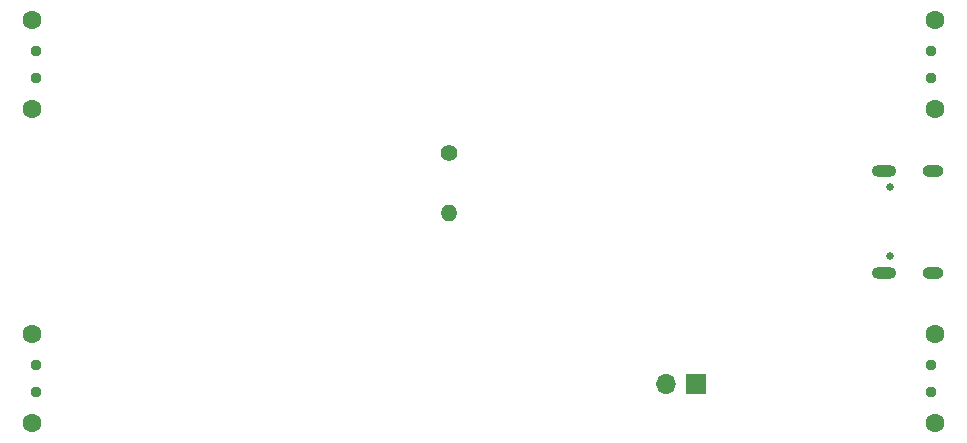
<source format=gbr>
%TF.GenerationSoftware,KiCad,Pcbnew,7.0.9*%
%TF.CreationDate,2023-12-04T16:41:43+01:00*%
%TF.ProjectId,USB E-Paper thing,55534220-452d-4506-9170-657220746869,rev?*%
%TF.SameCoordinates,Original*%
%TF.FileFunction,Soldermask,Bot*%
%TF.FilePolarity,Negative*%
%FSLAX46Y46*%
G04 Gerber Fmt 4.6, Leading zero omitted, Abs format (unit mm)*
G04 Created by KiCad (PCBNEW 7.0.9) date 2023-12-04 16:41:43*
%MOMM*%
%LPD*%
G01*
G04 APERTURE LIST*
%ADD10C,0.950000*%
%ADD11C,1.600000*%
%ADD12C,1.400000*%
%ADD13O,1.400000X1.400000*%
%ADD14C,0.650000*%
%ADD15O,2.100000X1.000000*%
%ADD16O,1.800000X1.000000*%
%ADD17R,1.700000X1.700000*%
%ADD18O,1.700000X1.700000*%
G04 APERTURE END LIST*
D10*
%TO.C,SW3*%
X77400000Y32800000D03*
X77400000Y30500000D03*
D11*
X77700000Y35400000D03*
X77700000Y27900000D03*
%TD*%
D12*
%TO.C,TH1*%
X36576000Y24130000D03*
D13*
X36576000Y19050000D03*
%TD*%
D10*
%TO.C,SW4*%
X77400000Y6200000D03*
X77400000Y3900000D03*
D11*
X77700000Y8800000D03*
X77700000Y1300000D03*
%TD*%
D10*
%TO.C,SW1*%
X1600000Y30500000D03*
X1600000Y32800000D03*
D11*
X1300000Y27900000D03*
X1300000Y35400000D03*
%TD*%
D10*
%TO.C,SW2*%
X1600000Y3900000D03*
X1600000Y6200000D03*
D11*
X1300000Y1300000D03*
X1300000Y8800000D03*
%TD*%
D14*
%TO.C,J6*%
X73885000Y15460000D03*
X73885000Y21240000D03*
D15*
X73365000Y14030000D03*
D16*
X77565000Y14030000D03*
D15*
X73365000Y22670000D03*
D16*
X77565000Y22670000D03*
%TD*%
D17*
%TO.C,J8*%
X57480000Y4620000D03*
D18*
X54940000Y4620000D03*
%TD*%
M02*

</source>
